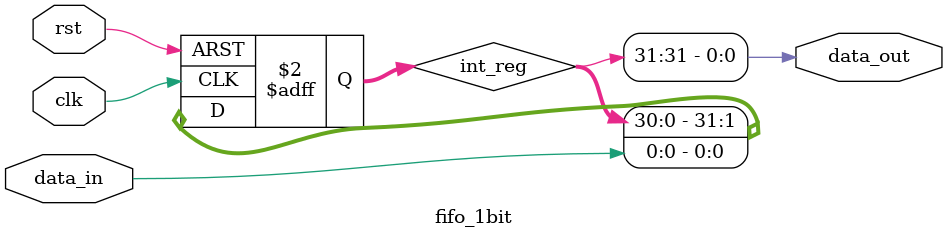
<source format=v>

module fifo_1bit(
	rst,
	clk,
	data_in,
	data_out );

	input rst;
	input clk;
	input data_in;
	output data_out;

	reg[31:0] int_reg;

	assign data_out = int_reg[31];

	always@(posedge clk or posedge rst) begin
		if(rst) begin
			int_reg <= 32'h00;
		end
		else begin
			int_reg[0] <= data_in;
			int_reg[32:1] = int_reg[31:0];
		end
	end 

endmodule

</source>
